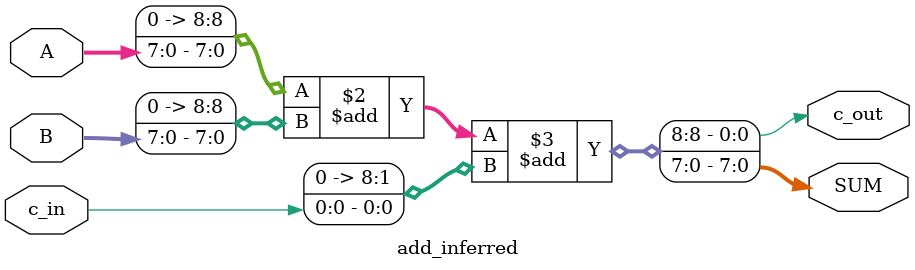
<source format=v>
`timescale 1ns / 1ps


module add_inferred(
input [7:0] A, B,
input c_in,
output reg [7:0] SUM,
output reg c_out
);
always @ (*)
        {c_out,SUM} = {1'b0,A} + {1'b0,B} + {1'b0,c_in};
endmodule

</source>
